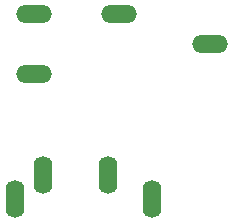
<source format=gbr>
%TF.GenerationSoftware,KiCad,Pcbnew,7.0.2*%
%TF.CreationDate,2024-01-06T11:14:16-08:00*%
%TF.ProjectId,MK_JackAdapter,4d4b5f4a-6163-46b4-9164-61707465722e,1.0*%
%TF.SameCoordinates,Original*%
%TF.FileFunction,Copper,L1,Top*%
%TF.FilePolarity,Positive*%
%FSLAX46Y46*%
G04 Gerber Fmt 4.6, Leading zero omitted, Abs format (unit mm)*
G04 Created by KiCad (PCBNEW 7.0.2) date 2024-01-06 11:14:16*
%MOMM*%
%LPD*%
G01*
G04 APERTURE LIST*
%TA.AperFunction,ComponentPad*%
%ADD10O,1.600000X3.200000*%
%TD*%
%TA.AperFunction,ComponentPad*%
%ADD11O,3.016000X1.508000*%
%TD*%
G04 APERTURE END LIST*
D10*
%TO.P,J2,1*%
%TO.N,Net-(J1-Pad1)*%
X103515000Y-116612500D03*
%TO.P,J2,2*%
%TO.N,/KEY_PDL_DOT-*%
X105915000Y-114612500D03*
%TO.P,J2,3*%
%TO.N,/PDL_DASH-*%
X111415000Y-114612500D03*
%TO.P,J2,4*%
%TO.N,unconnected-(J2-Pad4)*%
X115115000Y-116612500D03*
%TD*%
D11*
%TO.P,J1,1*%
%TO.N,Net-(J1-Pad1)*%
X120015000Y-103505000D03*
%TO.P,J1,2*%
%TO.N,/KEY_PDL_DOT-*%
X105115000Y-101005000D03*
%TO.P,J1,3*%
%TO.N,/PDL_DASH-*%
X105115000Y-106005000D03*
%TO.P,J1,4*%
%TO.N,unconnected-(J1-Pad4)*%
X112315000Y-101005000D03*
%TD*%
M02*

</source>
